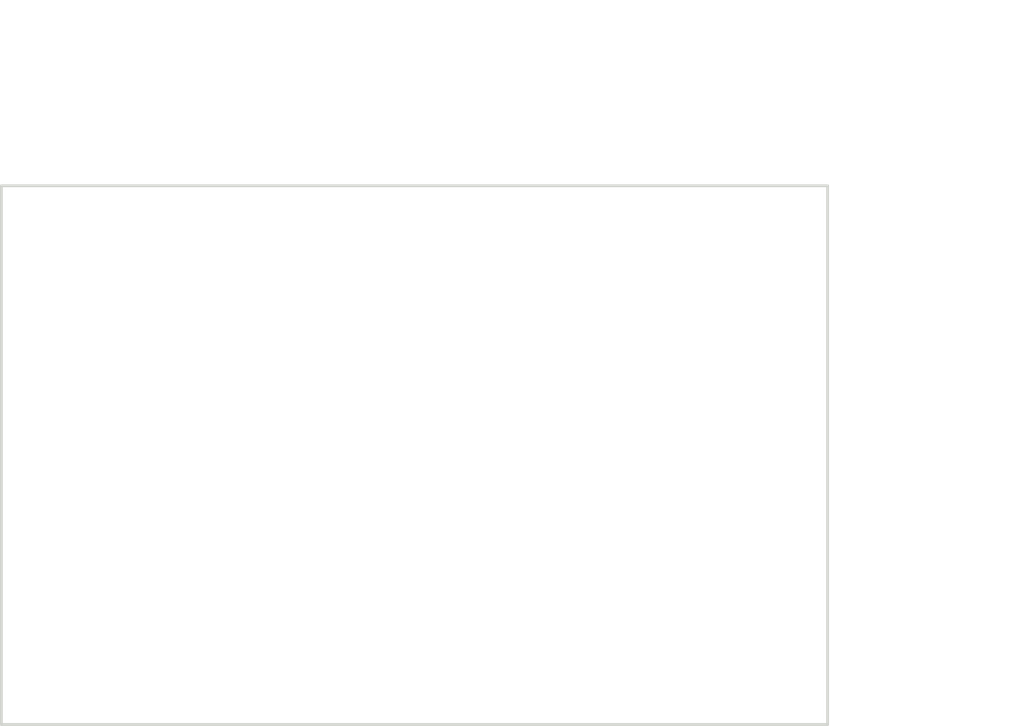
<source format=kicad_pcb>
(kicad_pcb (version 20221018) (generator pcbnew)

  (general
    (thickness 1.6)
  )

  (paper "A4")
  (layers
    (0 "F.Cu" signal)
    (31 "B.Cu" signal)
    (32 "B.Adhes" user "B.Adhesive")
    (33 "F.Adhes" user "F.Adhesive")
    (34 "B.Paste" user)
    (35 "F.Paste" user)
    (36 "B.SilkS" user "B.Silkscreen")
    (37 "F.SilkS" user "F.Silkscreen")
    (38 "B.Mask" user)
    (39 "F.Mask" user)
    (40 "Dwgs.User" user "User.Drawings")
    (41 "Cmts.User" user "User.Comments")
    (42 "Eco1.User" user "User.Eco1")
    (43 "Eco2.User" user "User.Eco2")
    (44 "Edge.Cuts" user)
    (45 "Margin" user)
    (46 "B.CrtYd" user "B.Courtyard")
    (47 "F.CrtYd" user "F.Courtyard")
    (48 "B.Fab" user)
    (49 "F.Fab" user)
  )

  (setup
    (pad_to_mask_clearance 0.051)
    (solder_mask_min_width 0.25)
    (pcbplotparams
      (layerselection 0x00010fc_ffffffff)
      (plot_on_all_layers_selection 0x0000000_00000000)
      (disableapertmacros false)
      (usegerberextensions false)
      (usegerberattributes false)
      (usegerberadvancedattributes false)
      (creategerberjobfile false)
      (dashed_line_dash_ratio 12.000000)
      (dashed_line_gap_ratio 3.000000)
      (svgprecision 4)
      (plotframeref false)
      (viasonmask false)
      (mode 1)
      (useauxorigin false)
      (hpglpennumber 1)
      (hpglpenspeed 20)
      (hpglpendiameter 15.000000)
      (dxfpolygonmode true)
      (dxfimperialunits true)
      (dxfusepcbnewfont true)
      (psnegative false)
      (psa4output false)
      (plotreference true)
      (plotvalue true)
      (plotinvisibletext false)
      (sketchpadsonfab false)
      (subtractmaskfromsilk false)
      (outputformat 1)
      (mirror false)
      (drillshape 1)
      (scaleselection 1)
      (outputdirectory "")
    )
  )

  (net 0 "")

  (gr_line (start 113.392617 79.526961) (end 113.392617 67.351961)
    (stroke (width 0.2) (type solid)) (layer "Dwgs.User") (tstamp 2046317c-b00b-43de-be43-79b2229340c7))
  (gr_line (start 182.392617 82.526961) (end 182.392617 85.718946)
    (stroke (width 0.2) (type solid)) (layer "Dwgs.User") (tstamp 3b492ee0-235b-420b-9a20-599d78e0fac8))
  (gr_line (start 173.392617 80.526961) (end 185.567617 80.526961)
    (stroke (width 0.2) (type solid)) (layer "Dwgs.User") (tstamp 49b808a8-a6f4-406e-bdd5-0b26a6d05969))
  (gr_line (start 173.392617 119.026961) (end 185.567617 119.026961)
    (stroke (width 0.2) (type solid)) (layer "Dwgs.User") (tstamp 7132a0cd-3021-47bd-9f0b-6f5ab0f1f3ee))
  (gr_line (start 170.392617 70.526961) (end 136.937229 70.526961)
    (stroke (width 0.2) (type solid)) (layer "Dwgs.User") (tstamp 73d687b4-4a0d-4e7f-9e6b-fcf7516ef5c1))
  (gr_line (start 115.392617 70.526961) (end 128.848006 70.526961)
    (stroke (width 0.2) (type solid)) (layer "Dwgs.User") (tstamp 816a70cf-b35f-4a91-9692-db21d1d19d1b))
  (gr_line (start 182.392617 117.026961) (end 182.392617 92.834976)
    (stroke (width 0.2) (type solid)) (layer "Dwgs.User") (tstamp 885342eb-93cb-4744-b461-d9ec10beab38))
  (gr_line (start 172.392617 79.526961) (end 172.392617 67.351961)
    (stroke (width 0.2) (type solid)) (layer "Dwgs.User") (tstamp 8e992b16-d7fa-4545-959f-6ee26d144f55))
  (gr_line (start 113.392617 80.526961) (end 113.392617 119.026961)
    (stroke (width 0.2) (type solid)) (layer "Edge.Cuts") (tstamp 2b25dcac-cbbb-47c0-a1e7-4ae9cea07043))
  (gr_line (start 113.392617 119.026961) (end 172.392617 119.026961)
    (stroke (width 0.2) (type solid)) (layer "Edge.Cuts") (tstamp 3115089d-ec9f-499e-b5a8-63c3a5163a10))
  (gr_line (start 172.392617 80.526961) (end 113.392617 80.526961)
    (stroke (width 0.2) (type solid)) (layer "Edge.Cuts") (tstamp 31991e15-9287-49c8-a35c-4dbf99f9b8ae))
  (gr_line (start 172.392617 119.026961) (end 172.392617 80.526961)
    (stroke (width 0.2) (type solid)) (layer "Edge.Cuts") (tstamp 5c50a55f-ed68-4b3d-8eae-bb22f4a54583))
  (gr_text " 59.00" (at 132.892617 68.858987) (layer "Dwgs.User") (tstamp 03aa42d6-b6b0-4bb0-b29e-946f6cc3720a)
    (effects (font (size 1.7 1.53) (thickness 0.2125)))
  )
  (gr_text "[1.52]" (at 182.392617 91.166422) (layer "Dwgs.User") (tstamp 298d4c16-131e-4b5c-b805-e8a82b7ae370)
    (effects (font (size 1.7 1.53) (thickness 0.2125)))
  )
  (gr_text " 38.50" (at 182.392617 87.608407) (layer "Dwgs.User") (tstamp 33e196a3-9f65-4e7b-bebf-45a2561c02c0)
    (effects (font (size 1.7 1.53) (thickness 0.2125)))
  )
  (gr_text "[2.32]" (at 132.892617 72.416422) (layer "Dwgs.User") (tstamp f4547d8b-4e7d-410d-b525-17a71317d4f5)
    (effects (font (size 1.7 1.53) (thickness 0.2125)))
  )

)

</source>
